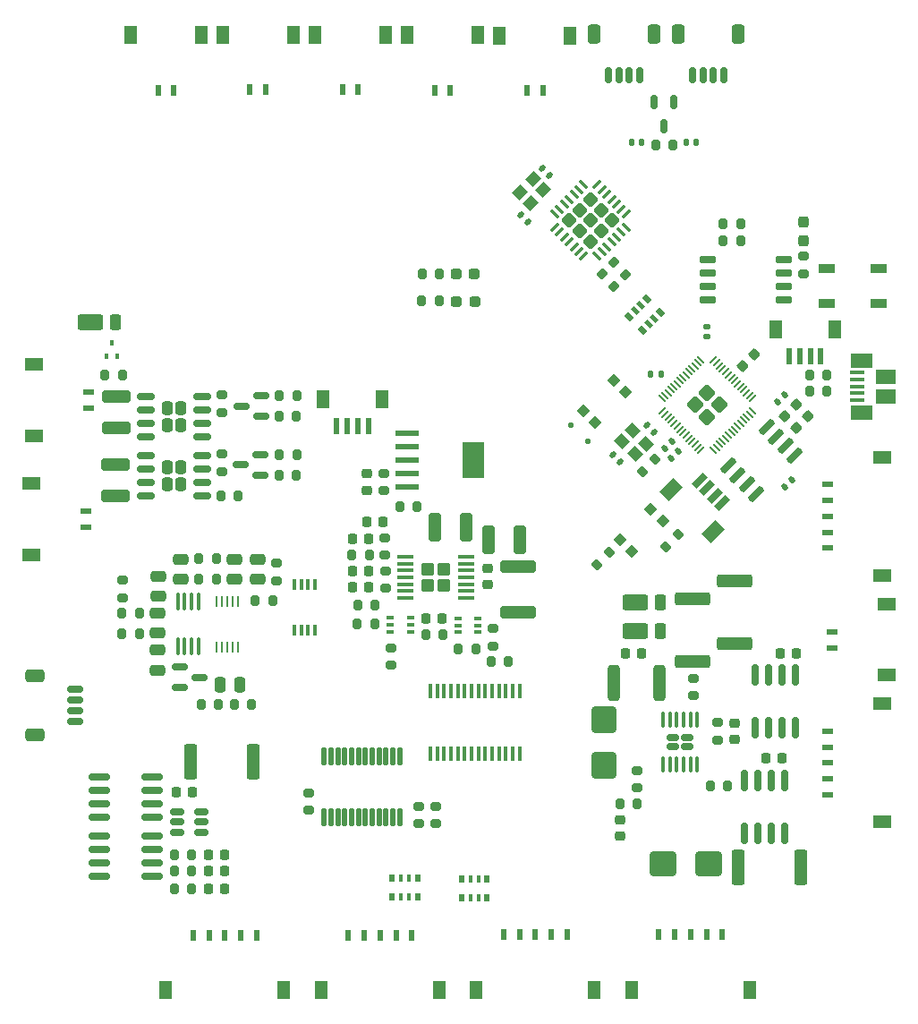
<source format=gbr>
%TF.GenerationSoftware,KiCad,Pcbnew,7.0.1*%
%TF.CreationDate,2023-12-10T19:02:08-07:00*%
%TF.ProjectId,Battery_Board_V3,42617474-6572-4795-9f42-6f6172645f56,rev?*%
%TF.SameCoordinates,Original*%
%TF.FileFunction,Paste,Top*%
%TF.FilePolarity,Positive*%
%FSLAX46Y46*%
G04 Gerber Fmt 4.6, Leading zero omitted, Abs format (unit mm)*
G04 Created by KiCad (PCBNEW 7.0.1) date 2023-12-10 19:02:08*
%MOMM*%
%LPD*%
G01*
G04 APERTURE LIST*
G04 Aperture macros list*
%AMRoundRect*
0 Rectangle with rounded corners*
0 $1 Rounding radius*
0 $2 $3 $4 $5 $6 $7 $8 $9 X,Y pos of 4 corners*
0 Add a 4 corners polygon primitive as box body*
4,1,4,$2,$3,$4,$5,$6,$7,$8,$9,$2,$3,0*
0 Add four circle primitives for the rounded corners*
1,1,$1+$1,$2,$3*
1,1,$1+$1,$4,$5*
1,1,$1+$1,$6,$7*
1,1,$1+$1,$8,$9*
0 Add four rect primitives between the rounded corners*
20,1,$1+$1,$2,$3,$4,$5,0*
20,1,$1+$1,$4,$5,$6,$7,0*
20,1,$1+$1,$6,$7,$8,$9,0*
20,1,$1+$1,$8,$9,$2,$3,0*%
%AMRotRect*
0 Rectangle, with rotation*
0 The origin of the aperture is its center*
0 $1 length*
0 $2 width*
0 $3 Rotation angle, in degrees counterclockwise*
0 Add horizontal line*
21,1,$1,$2,0,0,$3*%
G04 Aperture macros list end*
%ADD10RotRect,0.800000X0.500000X135.000000*%
%ADD11RotRect,0.800000X0.400000X135.000000*%
%ADD12R,0.500000X0.800000*%
%ADD13R,0.400000X0.800000*%
%ADD14RoundRect,0.200000X0.275000X-0.200000X0.275000X0.200000X-0.275000X0.200000X-0.275000X-0.200000X0*%
%ADD15RotRect,0.600000X1.550000X135.000000*%
%ADD16RotRect,1.200000X1.800000X135.000000*%
%ADD17RoundRect,0.225000X-0.225000X-0.250000X0.225000X-0.250000X0.225000X0.250000X-0.225000X0.250000X0*%
%ADD18R,1.500000X0.900000*%
%ADD19RoundRect,0.150000X0.825000X0.150000X-0.825000X0.150000X-0.825000X-0.150000X0.825000X-0.150000X0*%
%ADD20R,0.650000X0.400000*%
%ADD21RoundRect,0.200000X-0.200000X-0.275000X0.200000X-0.275000X0.200000X0.275000X-0.200000X0.275000X0*%
%ADD22RoundRect,0.250000X0.255000X0.395000X-0.255000X0.395000X-0.255000X-0.395000X0.255000X-0.395000X0*%
%ADD23RoundRect,0.150000X0.662500X0.150000X-0.662500X0.150000X-0.662500X-0.150000X0.662500X-0.150000X0*%
%ADD24RoundRect,0.150000X-0.512500X-0.150000X0.512500X-0.150000X0.512500X0.150000X-0.512500X0.150000X0*%
%ADD25R,0.600000X1.000000*%
%ADD26R,1.250000X1.800000*%
%ADD27RoundRect,0.140000X-0.021213X0.219203X-0.219203X0.021213X0.021213X-0.219203X0.219203X-0.021213X0*%
%ADD28RoundRect,0.140000X-0.219203X-0.021213X-0.021213X-0.219203X0.219203X0.021213X0.021213X0.219203X0*%
%ADD29RoundRect,0.200000X0.200000X0.275000X-0.200000X0.275000X-0.200000X-0.275000X0.200000X-0.275000X0*%
%ADD30RoundRect,0.250000X0.275000X0.500000X-0.275000X0.500000X-0.275000X-0.500000X0.275000X-0.500000X0*%
%ADD31RoundRect,0.250000X0.950000X0.500000X-0.950000X0.500000X-0.950000X-0.500000X0.950000X-0.500000X0*%
%ADD32RoundRect,0.225000X-0.250000X0.225000X-0.250000X-0.225000X0.250000X-0.225000X0.250000X0.225000X0*%
%ADD33RoundRect,0.200000X0.335876X0.053033X0.053033X0.335876X-0.335876X-0.053033X-0.053033X-0.335876X0*%
%ADD34RoundRect,0.225000X0.250000X-0.225000X0.250000X0.225000X-0.250000X0.225000X-0.250000X-0.225000X0*%
%ADD35RoundRect,0.250000X-0.475000X0.250000X-0.475000X-0.250000X0.475000X-0.250000X0.475000X0.250000X0*%
%ADD36RoundRect,0.150000X0.150000X-0.825000X0.150000X0.825000X-0.150000X0.825000X-0.150000X-0.825000X0*%
%ADD37R,2.200000X0.600000*%
%ADD38R,2.150000X3.450000*%
%ADD39RoundRect,0.150000X0.406586X0.618718X-0.618718X-0.406586X-0.406586X-0.618718X0.618718X0.406586X0*%
%ADD40RotRect,0.900000X0.900000X225.000000*%
%ADD41R,1.000000X0.600000*%
%ADD42R,1.800000X1.250000*%
%ADD43RotRect,0.900000X0.900000X45.000000*%
%ADD44RoundRect,0.020500X0.184500X-0.764500X0.184500X0.764500X-0.184500X0.764500X-0.184500X-0.764500X0*%
%ADD45RoundRect,0.150000X0.587500X0.150000X-0.587500X0.150000X-0.587500X-0.150000X0.587500X-0.150000X0*%
%ADD46RoundRect,0.250000X0.362500X1.425000X-0.362500X1.425000X-0.362500X-1.425000X0.362500X-1.425000X0*%
%ADD47RoundRect,0.150000X0.150000X0.625000X-0.150000X0.625000X-0.150000X-0.625000X0.150000X-0.625000X0*%
%ADD48RoundRect,0.250000X0.350000X0.650000X-0.350000X0.650000X-0.350000X-0.650000X0.350000X-0.650000X0*%
%ADD49RoundRect,0.250001X-0.354999X-0.374999X0.354999X-0.374999X0.354999X0.374999X-0.354999X0.374999X0*%
%ADD50RoundRect,0.100000X-0.687500X-0.100000X0.687500X-0.100000X0.687500X0.100000X-0.687500X0.100000X0*%
%ADD51RoundRect,0.200000X0.053033X-0.335876X0.335876X-0.053033X-0.053033X0.335876X-0.335876X0.053033X0*%
%ADD52RoundRect,0.237500X-0.237500X0.287500X-0.237500X-0.287500X0.237500X-0.287500X0.237500X0.287500X0*%
%ADD53RoundRect,0.250000X-0.362500X-1.425000X0.362500X-1.425000X0.362500X1.425000X-0.362500X1.425000X0*%
%ADD54RoundRect,0.250000X-1.000000X-0.900000X1.000000X-0.900000X1.000000X0.900000X-1.000000X0.900000X0*%
%ADD55RoundRect,0.140000X0.219203X0.021213X0.021213X0.219203X-0.219203X-0.021213X-0.021213X-0.219203X0*%
%ADD56RoundRect,0.125000X0.176777X0.000000X0.000000X0.176777X-0.176777X0.000000X0.000000X-0.176777X0*%
%ADD57RoundRect,0.150000X-0.150000X0.512500X-0.150000X-0.512500X0.150000X-0.512500X0.150000X0.512500X0*%
%ADD58RoundRect,0.150000X-0.150000X0.825000X-0.150000X-0.825000X0.150000X-0.825000X0.150000X0.825000X0*%
%ADD59RoundRect,0.200000X-0.053033X0.335876X-0.335876X0.053033X0.053033X-0.335876X0.335876X-0.053033X0*%
%ADD60RoundRect,0.237500X-0.287500X-0.237500X0.287500X-0.237500X0.287500X0.237500X-0.287500X0.237500X0*%
%ADD61R,0.400000X0.510000*%
%ADD62RoundRect,0.250000X-1.425000X0.362500X-1.425000X-0.362500X1.425000X-0.362500X1.425000X0.362500X0*%
%ADD63RoundRect,0.200000X-0.275000X0.200000X-0.275000X-0.200000X0.275000X-0.200000X0.275000X0.200000X0*%
%ADD64RoundRect,0.100000X0.100000X-0.712500X0.100000X0.712500X-0.100000X0.712500X-0.100000X-0.712500X0*%
%ADD65RoundRect,0.250000X0.325000X1.100000X-0.325000X1.100000X-0.325000X-1.100000X0.325000X-1.100000X0*%
%ADD66R,0.450000X1.475000*%
%ADD67RoundRect,0.225000X0.225000X0.250000X-0.225000X0.250000X-0.225000X-0.250000X0.225000X-0.250000X0*%
%ADD68RoundRect,0.150000X-0.650000X-0.150000X0.650000X-0.150000X0.650000X0.150000X-0.650000X0.150000X0*%
%ADD69RoundRect,0.150000X-0.587500X-0.150000X0.587500X-0.150000X0.587500X0.150000X-0.587500X0.150000X0*%
%ADD70RoundRect,0.150000X-0.625000X0.150000X-0.625000X-0.150000X0.625000X-0.150000X0.625000X0.150000X0*%
%ADD71RoundRect,0.250000X-0.650000X0.350000X-0.650000X-0.350000X0.650000X-0.350000X0.650000X0.350000X0*%
%ADD72RoundRect,0.250000X1.100000X-0.325000X1.100000X0.325000X-1.100000X0.325000X-1.100000X-0.325000X0*%
%ADD73RoundRect,0.140000X0.170000X-0.140000X0.170000X0.140000X-0.170000X0.140000X-0.170000X-0.140000X0*%
%ADD74RoundRect,0.250000X1.425000X-0.362500X1.425000X0.362500X-1.425000X0.362500X-1.425000X-0.362500X0*%
%ADD75RoundRect,0.140000X-0.140000X-0.170000X0.140000X-0.170000X0.140000X0.170000X-0.140000X0.170000X0*%
%ADD76R,1.380000X0.450000*%
%ADD77R,2.100000X1.475000*%
%ADD78R,1.900000X1.375000*%
%ADD79RoundRect,0.250000X-0.900000X1.000000X-0.900000X-1.000000X0.900000X-1.000000X0.900000X1.000000X0*%
%ADD80RoundRect,0.140000X0.140000X0.170000X-0.140000X0.170000X-0.140000X-0.170000X0.140000X-0.170000X0*%
%ADD81RoundRect,0.249999X-0.558616X0.000000X0.000000X-0.558616X0.558616X0.000000X0.000000X0.558616X0*%
%ADD82RoundRect,0.050000X-0.309359X0.238649X0.238649X-0.309359X0.309359X-0.238649X-0.238649X0.309359X0*%
%ADD83RoundRect,0.050000X-0.309359X-0.238649X-0.238649X-0.309359X0.309359X0.238649X0.238649X0.309359X0*%
%ADD84RoundRect,0.250000X0.475000X-0.250000X0.475000X0.250000X-0.475000X0.250000X-0.475000X-0.250000X0*%
%ADD85R,0.250000X1.100000*%
%ADD86RoundRect,0.250000X-0.312500X-1.450000X0.312500X-1.450000X0.312500X1.450000X-0.312500X1.450000X0*%
%ADD87RoundRect,0.250000X0.452548X0.000000X0.000000X0.452548X-0.452548X0.000000X0.000000X-0.452548X0*%
%ADD88RoundRect,0.075000X0.362392X-0.256326X-0.256326X0.362392X-0.362392X0.256326X0.256326X-0.362392X0*%
%ADD89RoundRect,0.075000X0.362392X0.256326X0.256326X0.362392X-0.362392X-0.256326X-0.256326X-0.362392X0*%
%ADD90R,0.400000X1.100000*%
%ADD91R,0.600000X1.550000*%
%ADD92R,1.200000X1.800000*%
%ADD93RoundRect,0.225000X0.017678X-0.335876X0.335876X-0.017678X-0.017678X0.335876X-0.335876X0.017678X0*%
%ADD94RoundRect,0.225000X-0.335876X-0.017678X-0.017678X-0.335876X0.335876X0.017678X0.017678X0.335876X0*%
%ADD95RoundRect,0.250000X-0.325000X-1.100000X0.325000X-1.100000X0.325000X1.100000X-0.325000X1.100000X0*%
%ADD96RoundRect,0.250000X-1.450000X0.312500X-1.450000X-0.312500X1.450000X-0.312500X1.450000X0.312500X0*%
%ADD97RoundRect,0.167500X0.407500X-0.167500X0.407500X0.167500X-0.407500X0.167500X-0.407500X-0.167500X0*%
%ADD98RoundRect,0.100000X0.100000X-0.625000X0.100000X0.625000X-0.100000X0.625000X-0.100000X-0.625000X0*%
%ADD99RotRect,1.150000X1.000000X315.000000*%
%ADD100RoundRect,0.250000X-0.250000X-0.475000X0.250000X-0.475000X0.250000X0.475000X-0.250000X0.475000X0*%
%ADD101RoundRect,0.140000X0.021213X-0.219203X0.219203X-0.021213X-0.021213X0.219203X-0.219203X0.021213X0*%
%ADD102RotRect,1.150000X1.000000X225.000000*%
G04 APERTURE END LIST*
D10*
%TO.C,R48*%
X171537868Y-70934924D03*
D11*
X172103553Y-70369239D03*
X172669239Y-69803553D03*
D10*
X173234924Y-69237868D03*
X171962132Y-67965076D03*
D11*
X171396447Y-68530761D03*
X170830761Y-69096447D03*
D10*
X170265076Y-69662132D03*
%TD*%
D12*
%TO.C,R18*%
X156840000Y-122790000D03*
D13*
X156040000Y-122790000D03*
X155240000Y-122790000D03*
D12*
X154440000Y-122790000D03*
X154440000Y-124590000D03*
D13*
X155240000Y-124590000D03*
X156040000Y-124590000D03*
D12*
X156840000Y-124590000D03*
%TD*%
%TO.C,R16*%
X150250000Y-122760000D03*
D13*
X149450000Y-122760000D03*
X148650000Y-122760000D03*
D12*
X147850000Y-122760000D03*
X147850000Y-124560000D03*
D13*
X148650000Y-124560000D03*
X149450000Y-124560000D03*
D12*
X150250000Y-124560000D03*
%TD*%
D14*
%TO.C,R57*%
X186790000Y-65585000D03*
X186790000Y-63935000D03*
%TD*%
D15*
%TO.C,J21*%
X179057577Y-87283744D03*
X178350470Y-86576637D03*
X177643363Y-85869530D03*
X176936256Y-85162423D03*
D16*
X178191371Y-89988427D03*
X174231573Y-86028629D03*
%TD*%
D17*
%TO.C,C1*%
X144082500Y-90615000D03*
X145632500Y-90615000D03*
%TD*%
D18*
%TO.C,LED1*%
X193870000Y-68420000D03*
X193870000Y-65120000D03*
X188970000Y-65120000D03*
X188970000Y-68420000D03*
%TD*%
D19*
%TO.C,Q2*%
X125124999Y-122585000D03*
X125124999Y-121315000D03*
X125124999Y-120045000D03*
X125124999Y-118775000D03*
X120174999Y-118775000D03*
X120174999Y-120045000D03*
X120174999Y-121315000D03*
X120174999Y-122585000D03*
%TD*%
D20*
%TO.C,Q3*%
X154057500Y-98180000D03*
X154057500Y-98830000D03*
X154057500Y-99480000D03*
X155957500Y-99480000D03*
X155957500Y-98830000D03*
X155957500Y-98180000D03*
%TD*%
D21*
%TO.C,R4*%
X127225000Y-120530000D03*
X128875000Y-120530000D03*
%TD*%
D22*
%TO.C,Q9*%
X127832502Y-85469999D03*
X127832502Y-83869999D03*
X126572502Y-85469999D03*
X126572502Y-83869999D03*
D23*
X129840002Y-86574999D03*
X129840002Y-85304999D03*
X129840002Y-84034999D03*
X129840002Y-82764999D03*
X124565002Y-82764999D03*
X124565002Y-84034999D03*
X124565002Y-85304999D03*
X124565002Y-86574999D03*
%TD*%
D24*
%TO.C,U1*%
X127542500Y-116500000D03*
X127542500Y-117450000D03*
X127542500Y-118400000D03*
X129817500Y-118400000D03*
X129817500Y-117450000D03*
X129817500Y-116500000D03*
%TD*%
D25*
%TO.C,J11*%
X143710000Y-128130000D03*
X145210000Y-128130000D03*
X146710000Y-128130000D03*
X148210000Y-128130000D03*
X149710000Y-128130000D03*
D26*
X141105000Y-133320000D03*
X152315000Y-133320000D03*
%TD*%
D27*
%TO.C,C31*%
X185639411Y-85060589D03*
X184960589Y-85739411D03*
%TD*%
D25*
%TO.C,J7*%
X153370000Y-48210000D03*
X151870000Y-48210000D03*
D26*
X155975000Y-43020000D03*
X149265000Y-43020000D03*
%TD*%
D28*
%TO.C,C20*%
X171960589Y-79870589D03*
X172639411Y-80549411D03*
%TD*%
D25*
%TO.C,J13*%
X173090000Y-128100000D03*
X174590000Y-128100000D03*
X176090000Y-128100000D03*
X177590000Y-128100000D03*
X179090000Y-128100000D03*
D26*
X170485000Y-133290000D03*
X181695000Y-133290000D03*
%TD*%
D29*
%TO.C,FB3*%
X131215000Y-94502499D03*
X129565000Y-94502499D03*
%TD*%
D30*
%TO.C,D1*%
X121640001Y-70154998D03*
D31*
X119265001Y-70154998D03*
%TD*%
D29*
%TO.C,R19*%
X133285000Y-86564998D03*
X131635000Y-86564998D03*
%TD*%
D32*
%TO.C,C40*%
X180220000Y-108085000D03*
X180220000Y-109635000D03*
%TD*%
D25*
%TO.C,J8*%
X162110000Y-48230000D03*
X160610000Y-48230000D03*
D26*
X164715000Y-43040000D03*
X158005000Y-43040000D03*
%TD*%
D29*
%TO.C,R31*%
X180825000Y-60880000D03*
X179175000Y-60880000D03*
%TD*%
D21*
%TO.C,R43*%
X169415000Y-115690000D03*
X171065000Y-115690000D03*
%TD*%
D33*
%TO.C,R40*%
X169963503Y-65683595D03*
X168796777Y-64516869D03*
%TD*%
D34*
%TO.C,C13*%
X145467500Y-86055000D03*
X145467500Y-84505000D03*
%TD*%
D35*
%TO.C,C18*%
X125665000Y-97682499D03*
X125665000Y-99582499D03*
%TD*%
D36*
%TO.C,U14*%
X182215000Y-108495000D03*
X183485000Y-108495000D03*
X184755000Y-108495000D03*
X186025000Y-108495000D03*
X186025000Y-103545000D03*
X184755000Y-103545000D03*
X183485000Y-103545000D03*
X182215000Y-103545000D03*
%TD*%
D37*
%TO.C,U6*%
X149270000Y-80630000D03*
X149270000Y-81900000D03*
X149270000Y-83170000D03*
X149270000Y-84440000D03*
X149270000Y-85710000D03*
D38*
X155570000Y-83170000D03*
%TD*%
D39*
%TO.C,U13*%
X185957838Y-82766238D03*
X185059813Y-81868213D03*
X184161787Y-80970187D03*
X183263762Y-80072162D03*
X179622162Y-83713762D03*
X180520187Y-84611787D03*
X181418213Y-85509813D03*
X182316238Y-86407838D03*
%TD*%
D40*
%TO.C,SW1*%
X167046117Y-79685254D03*
X169945254Y-76786117D03*
X165914746Y-78553883D03*
X168813883Y-75654746D03*
%TD*%
D41*
%TO.C,J14*%
X189020000Y-114845000D03*
X189020000Y-113345000D03*
X189020000Y-111845000D03*
X189020000Y-110345000D03*
X189020000Y-108845000D03*
D42*
X194210000Y-117450000D03*
X194210000Y-106240000D03*
%TD*%
D21*
%TO.C,FB1*%
X132890000Y-106322499D03*
X134540000Y-106322499D03*
%TD*%
D43*
%TO.C,SW2*%
X172313883Y-87844746D03*
X169414746Y-90743883D03*
X173445254Y-88976117D03*
X170546117Y-91875254D03*
%TD*%
D17*
%TO.C,C12*%
X151052500Y-98160000D03*
X152602500Y-98160000D03*
%TD*%
D34*
%TO.C,C6*%
X156907500Y-95015000D03*
X156907500Y-93465000D03*
%TD*%
D44*
%TO.C,U5*%
X141420000Y-117000000D03*
X142070000Y-117000000D03*
X142720000Y-117000000D03*
X143370000Y-117000000D03*
X144020000Y-117000000D03*
X144670000Y-117000000D03*
X145320000Y-117000000D03*
X145970000Y-117000000D03*
X146620000Y-117000000D03*
X147270000Y-117000000D03*
X147920000Y-117000000D03*
X148570000Y-117000000D03*
X148570000Y-111260000D03*
X147920000Y-111260000D03*
X147270000Y-111260000D03*
X146620000Y-111260000D03*
X145970000Y-111260000D03*
X145320000Y-111260000D03*
X144670000Y-111260000D03*
X144020000Y-111260000D03*
X143370000Y-111260000D03*
X142720000Y-111260000D03*
X142070000Y-111260000D03*
X141420000Y-111260000D03*
%TD*%
D45*
%TO.C,Q7*%
X135407501Y-84619998D03*
X135407501Y-82719998D03*
X133532501Y-83669998D03*
%TD*%
D21*
%TO.C,R54*%
X187340000Y-76720000D03*
X188990000Y-76720000D03*
%TD*%
D46*
%TO.C,R1*%
X134712500Y-111740000D03*
X128787500Y-111740000D03*
%TD*%
D47*
%TO.C,J20*%
X171300000Y-46780000D03*
X170300000Y-46780000D03*
X169300000Y-46780000D03*
X168300000Y-46780000D03*
D48*
X172600000Y-42905000D03*
X167000000Y-42905000D03*
%TD*%
D49*
%TO.C,U3*%
X151227500Y-93525000D03*
X151227500Y-95075000D03*
X152727500Y-93525000D03*
X152727500Y-95075000D03*
D50*
X149115000Y-92350000D03*
X149115000Y-93000000D03*
X149115000Y-93650000D03*
X149115000Y-94300000D03*
X149115000Y-94950000D03*
X149115000Y-95600000D03*
X149115000Y-96250000D03*
X154840000Y-96250000D03*
X154840000Y-95600000D03*
X154840000Y-94950000D03*
X154840000Y-94300000D03*
X154840000Y-93650000D03*
X154840000Y-93000000D03*
X154840000Y-92350000D03*
%TD*%
D51*
%TO.C,R45*%
X173716637Y-91403363D03*
X174883363Y-90236637D03*
%TD*%
D14*
%TO.C,R52*%
X178650000Y-109685000D03*
X178650000Y-108035000D03*
%TD*%
D29*
%TO.C,R10*%
X155762500Y-101060000D03*
X154112500Y-101060000D03*
%TD*%
D14*
%TO.C,R20*%
X139990000Y-116330000D03*
X139990000Y-114680000D03*
%TD*%
D35*
%TO.C,C27*%
X132924999Y-92572500D03*
X132924999Y-94472500D03*
%TD*%
D21*
%TO.C,R53*%
X187340000Y-75180000D03*
X188990000Y-75180000D03*
%TD*%
D29*
%TO.C,R9*%
X122302500Y-75170000D03*
X120652500Y-75170000D03*
%TD*%
D51*
%TO.C,R36*%
X167200000Y-93110000D03*
X168366726Y-91943274D03*
%TD*%
D52*
%TO.C,D10*%
X186770000Y-62435000D03*
X186770000Y-60685000D03*
%TD*%
D53*
%TO.C,R49*%
X180597500Y-121770000D03*
X186522500Y-121770000D03*
%TD*%
D54*
%TO.C,D4*%
X173502500Y-121420000D03*
X177802500Y-121420000D03*
%TD*%
D47*
%TO.C,J22*%
X179250000Y-46800000D03*
X178250000Y-46800000D03*
X177250000Y-46800000D03*
X176250000Y-46800000D03*
D48*
X180550000Y-42925000D03*
X174950000Y-42925000D03*
%TD*%
D55*
%TO.C,C21*%
X169389411Y-83379411D03*
X168710589Y-82700589D03*
%TD*%
D56*
%TO.C,D8*%
X164772183Y-79872183D03*
X166327817Y-81427817D03*
%TD*%
D57*
%TO.C,D5*%
X174522500Y-49312500D03*
X172622500Y-49312500D03*
X173572500Y-51587500D03*
%TD*%
D58*
%TO.C,U12*%
X185025000Y-113555000D03*
X183755000Y-113555000D03*
X182485000Y-113555000D03*
X181215000Y-113555000D03*
X181215000Y-118505000D03*
X182485000Y-118505000D03*
X183755000Y-118505000D03*
X185025000Y-118505000D03*
%TD*%
D14*
%TO.C,R6*%
X147137500Y-92210000D03*
X147137500Y-90560000D03*
%TD*%
D59*
%TO.C,R38*%
X172683363Y-83136637D03*
X171516637Y-84303363D03*
%TD*%
D60*
%TO.C,D2*%
X155670000Y-68240000D03*
X153920000Y-68240000D03*
%TD*%
D61*
%TO.C,Q4*%
X120841957Y-73425562D03*
X121841957Y-73425562D03*
X121341957Y-72135562D03*
%TD*%
D62*
%TO.C,R55*%
X176250000Y-96307500D03*
X176250000Y-102232500D03*
%TD*%
D21*
%TO.C,R37*%
X129760000Y-106302499D03*
X131410000Y-106302499D03*
%TD*%
D63*
%TO.C,R25*%
X147057500Y-84455000D03*
X147057500Y-86105000D03*
%TD*%
D21*
%TO.C,R26*%
X148552500Y-87640000D03*
X150202500Y-87640000D03*
%TD*%
D28*
%TO.C,C35*%
X160049866Y-59984315D03*
X160728688Y-60663137D03*
%TD*%
D32*
%TO.C,C34*%
X169450000Y-117235000D03*
X169450000Y-118785000D03*
%TD*%
D25*
%TO.C,J5*%
X135890000Y-48177500D03*
X134390000Y-48177500D03*
D26*
X138495000Y-42987500D03*
X131785000Y-42987500D03*
%TD*%
D28*
%TO.C,C36*%
X162036836Y-55564897D03*
X162715658Y-56243719D03*
%TD*%
D35*
%TO.C,C16*%
X135085000Y-92592499D03*
X135085000Y-94492499D03*
%TD*%
D64*
%TO.C,U9*%
X127570000Y-100835000D03*
X128220000Y-100835000D03*
X128870000Y-100835000D03*
X129520000Y-100835000D03*
X129520000Y-96610000D03*
X128870000Y-96610000D03*
X128220000Y-96610000D03*
X127570000Y-96610000D03*
%TD*%
D29*
%TO.C,R47*%
X179615000Y-114000000D03*
X177965000Y-114000000D03*
%TD*%
D27*
%TO.C,C33*%
X174339411Y-81460589D03*
X173660589Y-82139411D03*
%TD*%
D65*
%TO.C,C4*%
X154822500Y-89530000D03*
X151872500Y-89530000D03*
%TD*%
D30*
%TO.C,D6*%
X173225000Y-99350000D03*
D31*
X170850000Y-99350000D03*
%TD*%
D66*
%TO.C,IC1*%
X151465000Y-110958000D03*
X152115000Y-110958000D03*
X152765000Y-110958000D03*
X153415000Y-110958000D03*
X154065000Y-110958000D03*
X154715000Y-110958000D03*
X155365000Y-110958000D03*
X156015000Y-110958000D03*
X156665000Y-110958000D03*
X157315000Y-110958000D03*
X157965000Y-110958000D03*
X158615000Y-110958000D03*
X159265000Y-110958000D03*
X159915000Y-110958000D03*
X159915000Y-105082000D03*
X159265000Y-105082000D03*
X158615000Y-105082000D03*
X157965000Y-105082000D03*
X157315000Y-105082000D03*
X156665000Y-105082000D03*
X156015000Y-105082000D03*
X155365000Y-105082000D03*
X154715000Y-105082000D03*
X154065000Y-105082000D03*
X153415000Y-105082000D03*
X152765000Y-105082000D03*
X152115000Y-105082000D03*
X151465000Y-105082000D03*
%TD*%
D67*
%TO.C,C7*%
X131995000Y-123720000D03*
X130445000Y-123720000D03*
%TD*%
D27*
%TO.C,C26*%
X185009411Y-77030589D03*
X184330589Y-77709411D03*
%TD*%
D21*
%TO.C,R12*%
X151012500Y-99750000D03*
X152662500Y-99750000D03*
%TD*%
D29*
%TO.C,R22*%
X138817501Y-82669999D03*
X137167501Y-82669999D03*
%TD*%
D68*
%TO.C,U8*%
X177720000Y-64275000D03*
X177720000Y-65545000D03*
X177720000Y-66815000D03*
X177720000Y-68085000D03*
X184920000Y-68085000D03*
X184920000Y-66815000D03*
X184920000Y-65545000D03*
X184920000Y-64275000D03*
%TD*%
D25*
%TO.C,J12*%
X158390000Y-128110000D03*
X159890000Y-128110000D03*
X161390000Y-128110000D03*
X162890000Y-128110000D03*
X164390000Y-128110000D03*
D26*
X155785000Y-133300000D03*
X166995000Y-133300000D03*
%TD*%
D14*
%TO.C,R15*%
X147777500Y-102595000D03*
X147777500Y-100945000D03*
%TD*%
D21*
%TO.C,R56*%
X179155000Y-62450000D03*
X180805000Y-62450000D03*
%TD*%
D67*
%TO.C,C10*%
X145622500Y-95260000D03*
X144072500Y-95260000D03*
%TD*%
D20*
%TO.C,Q5*%
X149587500Y-99440000D03*
X149587500Y-98790000D03*
X149587500Y-98140000D03*
X147687500Y-98140000D03*
X147687500Y-98790000D03*
X147687500Y-99440000D03*
%TD*%
D45*
%TO.C,Q6*%
X135440002Y-79039999D03*
X135440002Y-77139999D03*
X133565002Y-78089999D03*
%TD*%
D29*
%TO.C,FB2*%
X131210000Y-92552500D03*
X129560000Y-92552500D03*
%TD*%
D67*
%TO.C,C11*%
X145627500Y-93730000D03*
X144077500Y-93730000D03*
%TD*%
D69*
%TO.C,U10*%
X127767500Y-102802500D03*
X127767500Y-104702500D03*
X129642500Y-103752500D03*
%TD*%
D67*
%TO.C,C8*%
X132015001Y-120540000D03*
X130465001Y-120540000D03*
%TD*%
D29*
%TO.C,R3*%
X128885000Y-123740000D03*
X127235000Y-123740000D03*
%TD*%
D70*
%TO.C,J16*%
X117890000Y-104910000D03*
X117890000Y-105910000D03*
X117890000Y-106910000D03*
X117890000Y-107910000D03*
D71*
X114015000Y-103610000D03*
X114015000Y-109210000D03*
%TD*%
D21*
%TO.C,R13*%
X157182500Y-102260000D03*
X158832500Y-102260000D03*
%TD*%
D25*
%TO.C,J10*%
X129015000Y-128150000D03*
X130515000Y-128150000D03*
X132015000Y-128150000D03*
X133515000Y-128150000D03*
X135015000Y-128150000D03*
D26*
X126410000Y-133340000D03*
X137620000Y-133340000D03*
%TD*%
D17*
%TO.C,C42*%
X184575000Y-101520000D03*
X186125000Y-101520000D03*
%TD*%
D67*
%TO.C,C9*%
X132005000Y-122090000D03*
X130455000Y-122090000D03*
%TD*%
D72*
%TO.C,C14*%
X121732500Y-80184998D03*
X121732500Y-77234998D03*
%TD*%
D14*
%TO.C,R30*%
X151940000Y-117620000D03*
X151940000Y-115970000D03*
%TD*%
D73*
%TO.C,C29*%
X177630000Y-71530000D03*
X177630000Y-70570000D03*
%TD*%
D74*
%TO.C,R50*%
X180210000Y-100592500D03*
X180210000Y-94667500D03*
%TD*%
D75*
%TO.C,C37*%
X175690000Y-53130000D03*
X176650000Y-53130000D03*
%TD*%
D76*
%TO.C,J24*%
X191890000Y-74947500D03*
X191890000Y-75597500D03*
X191890000Y-76247500D03*
X191890000Y-76897500D03*
X191890000Y-77547500D03*
D77*
X192250000Y-78710000D03*
D78*
X194550000Y-77185000D03*
X194550000Y-75310000D03*
D77*
X192250000Y-73785000D03*
%TD*%
D79*
%TO.C,D7*%
X167900000Y-107792500D03*
X167900000Y-112092500D03*
%TD*%
D63*
%TO.C,R27*%
X131742501Y-77054999D03*
X131742501Y-78704999D03*
%TD*%
D41*
%TO.C,J4*%
X189480000Y-100950000D03*
X189480000Y-99450000D03*
D42*
X194670000Y-103555000D03*
X194670000Y-96845000D03*
%TD*%
D17*
%TO.C,C2*%
X145447500Y-89075000D03*
X146997500Y-89075000D03*
%TD*%
D29*
%TO.C,R39*%
X152310000Y-68160000D03*
X150660000Y-68160000D03*
%TD*%
D21*
%TO.C,R23*%
X137147502Y-79059999D03*
X138797502Y-79059999D03*
%TD*%
D80*
%TO.C,C32*%
X173270000Y-75050000D03*
X172310000Y-75050000D03*
%TD*%
D41*
%TO.C,J2*%
X118900000Y-88055000D03*
X118900000Y-89555000D03*
D42*
X113710000Y-85450000D03*
X113710000Y-92160000D03*
%TD*%
D81*
%TO.C,IC3*%
X177666528Y-76866516D03*
X176535157Y-77997887D03*
X178797899Y-77997887D03*
X177666528Y-79129258D03*
D82*
X177074326Y-73728730D03*
X176791483Y-74011573D03*
X176508641Y-74294415D03*
X176225798Y-74577258D03*
X175942955Y-74860101D03*
X175660113Y-75142943D03*
X175377270Y-75425786D03*
X175094427Y-75708629D03*
X174811584Y-75991472D03*
X174528742Y-76274314D03*
X174245899Y-76557157D03*
X173963056Y-76840000D03*
X173680214Y-77122842D03*
X173397371Y-77405685D03*
D83*
X173397371Y-78590089D03*
X173680214Y-78872932D03*
X173963056Y-79155774D03*
X174245899Y-79438617D03*
X174528742Y-79721460D03*
X174811584Y-80004302D03*
X175094427Y-80287145D03*
X175377270Y-80569988D03*
X175660113Y-80852831D03*
X175942955Y-81135673D03*
X176225798Y-81418516D03*
X176508641Y-81701359D03*
X176791483Y-81984201D03*
X177074326Y-82267044D03*
D82*
X178258730Y-82267044D03*
X178541573Y-81984201D03*
X178824415Y-81701359D03*
X179107258Y-81418516D03*
X179390101Y-81135673D03*
X179672943Y-80852831D03*
X179955786Y-80569988D03*
X180238629Y-80287145D03*
X180521472Y-80004302D03*
X180804314Y-79721460D03*
X181087157Y-79438617D03*
X181370000Y-79155774D03*
X181652842Y-78872932D03*
X181935685Y-78590089D03*
D83*
X181935685Y-77405685D03*
X181652842Y-77122842D03*
X181370000Y-76840000D03*
X181087157Y-76557157D03*
X180804314Y-76274314D03*
X180521472Y-75991472D03*
X180238629Y-75708629D03*
X179955786Y-75425786D03*
X179672943Y-75142943D03*
X179390101Y-74860101D03*
X179107258Y-74577258D03*
X178824415Y-74294415D03*
X178541573Y-74011573D03*
X178258730Y-73728730D03*
%TD*%
D72*
%TO.C,C15*%
X121702500Y-86564998D03*
X121702500Y-83614998D03*
%TD*%
D41*
%TO.C,J15*%
X189040000Y-91530000D03*
X189040000Y-90030000D03*
X189040000Y-88530000D03*
X189040000Y-87030000D03*
X189040000Y-85530000D03*
D42*
X194230000Y-94135000D03*
X194230000Y-82925000D03*
%TD*%
D21*
%TO.C,R8*%
X144032500Y-92145000D03*
X145682500Y-92145000D03*
%TD*%
D84*
%TO.C,C17*%
X125675000Y-103082499D03*
X125675000Y-101182499D03*
%TD*%
D85*
%TO.C,U7*%
X133265001Y-96572500D03*
X132765001Y-96572500D03*
X132265001Y-96572500D03*
X131765001Y-96572500D03*
X131265001Y-96572500D03*
X131265001Y-100872500D03*
X131765001Y-100872500D03*
X132265001Y-100872500D03*
X132765001Y-100872500D03*
X133265001Y-100872500D03*
%TD*%
D75*
%TO.C,C38*%
X170490000Y-53170000D03*
X171450000Y-53170000D03*
%TD*%
D86*
%TO.C,L2*%
X168822500Y-104250000D03*
X173097500Y-104250000D03*
%TD*%
D21*
%TO.C,R33*%
X122270001Y-99592499D03*
X123920001Y-99592499D03*
%TD*%
D87*
%TO.C,U11*%
X166611817Y-62558183D03*
X167615909Y-61554092D03*
X168620000Y-60550000D03*
X165607725Y-61554092D03*
X166611817Y-60550000D03*
X167615909Y-59545908D03*
X164603634Y-60550000D03*
X165607725Y-59545908D03*
X166611817Y-58541817D03*
D88*
X167239374Y-63935274D03*
X167698994Y-63475654D03*
X168158613Y-63016035D03*
X168618232Y-62556415D03*
X169077852Y-62096796D03*
X169537471Y-61637177D03*
X169997091Y-61177557D03*
D89*
X169997091Y-59922443D03*
X169537471Y-59462823D03*
X169077852Y-59003204D03*
X168618232Y-58543585D03*
X168158613Y-58083965D03*
X167698994Y-57624346D03*
X167239374Y-57164726D03*
D88*
X165984260Y-57164726D03*
X165524640Y-57624346D03*
X165065021Y-58083965D03*
X164605402Y-58543585D03*
X164145782Y-59003204D03*
X163686163Y-59462823D03*
X163226543Y-59922443D03*
D89*
X163226543Y-61177557D03*
X163686163Y-61637177D03*
X164145782Y-62096796D03*
X164605402Y-62556415D03*
X165065021Y-63016035D03*
X165524640Y-63475654D03*
X165984260Y-63935274D03*
%TD*%
D21*
%TO.C,R7*%
X144582500Y-96900000D03*
X146232500Y-96900000D03*
%TD*%
D84*
%TO.C,C24*%
X127845000Y-94482500D03*
X127845000Y-92582500D03*
%TD*%
D19*
%TO.C,Q1*%
X125114999Y-117025000D03*
X125114999Y-115755000D03*
X125114999Y-114485000D03*
X125114999Y-113215000D03*
X120164999Y-113215000D03*
X120164999Y-114485000D03*
X120164999Y-115755000D03*
X120164999Y-117025000D03*
%TD*%
D29*
%TO.C,R17*%
X146182500Y-98700000D03*
X144532500Y-98700000D03*
%TD*%
D14*
%TO.C,R29*%
X150400000Y-117620000D03*
X150400000Y-115970000D03*
%TD*%
D63*
%TO.C,R44*%
X171000000Y-112555000D03*
X171000000Y-114205000D03*
%TD*%
D21*
%TO.C,R5*%
X127235001Y-122070000D03*
X128885001Y-122070000D03*
%TD*%
D29*
%TO.C,R21*%
X138807501Y-77109998D03*
X137157501Y-77109998D03*
%TD*%
D25*
%TO.C,J9*%
X127190000Y-48207500D03*
X125690000Y-48207500D03*
D26*
X129795000Y-43017500D03*
X123085000Y-43017500D03*
%TD*%
D29*
%TO.C,R46*%
X174425000Y-53400000D03*
X172775000Y-53400000D03*
%TD*%
D90*
%TO.C,IC2*%
X140545000Y-94982499D03*
X139895000Y-94982499D03*
X139245000Y-94982499D03*
X138595000Y-94982499D03*
X138595000Y-99282499D03*
X139245000Y-99282499D03*
X139895000Y-99282499D03*
X140545000Y-99282499D03*
%TD*%
D91*
%TO.C,J19*%
X142597500Y-80005000D03*
X143597500Y-80005000D03*
X144597500Y-80005000D03*
X145597500Y-80005000D03*
D92*
X141297500Y-77480000D03*
X146897500Y-77480000D03*
%TD*%
D93*
%TO.C,C23*%
X181041992Y-74288008D03*
X182138008Y-73191992D03*
%TD*%
D94*
%TO.C,C28*%
X186071992Y-77961992D03*
X187168008Y-79058008D03*
%TD*%
D30*
%TO.C,D9*%
X173235000Y-96660000D03*
D31*
X170860000Y-96660000D03*
%TD*%
D14*
%TO.C,R32*%
X122335000Y-96207501D03*
X122335000Y-94557501D03*
%TD*%
D95*
%TO.C,C3*%
X156942500Y-90780000D03*
X159892500Y-90780000D03*
%TD*%
D14*
%TO.C,R2*%
X136900000Y-94607499D03*
X136900000Y-92957499D03*
%TD*%
D22*
%TO.C,Q8*%
X127850000Y-79885000D03*
X127850000Y-78285000D03*
X126590000Y-79885000D03*
X126590000Y-78285000D03*
D23*
X129857500Y-80990000D03*
X129857500Y-79720000D03*
X129857500Y-78450000D03*
X129857500Y-77180000D03*
X124582500Y-77180000D03*
X124582500Y-78450000D03*
X124582500Y-79720000D03*
X124582500Y-80990000D03*
%TD*%
D84*
%TO.C,C19*%
X125685001Y-96102500D03*
X125685001Y-94202500D03*
%TD*%
D96*
%TO.C,L1*%
X159727500Y-93312500D03*
X159727500Y-97587500D03*
%TD*%
D97*
%TO.C,IC4*%
X174380000Y-110290000D03*
X175800000Y-110290000D03*
X174380000Y-109470000D03*
X175800000Y-109470000D03*
D98*
X173465000Y-112030000D03*
X174115000Y-112030000D03*
X174765000Y-112030000D03*
X175415000Y-112030000D03*
X176065000Y-112030000D03*
X176715000Y-112030000D03*
X176715000Y-107730000D03*
X176065000Y-107730000D03*
X175415000Y-107730000D03*
X174765000Y-107730000D03*
X174115000Y-107730000D03*
X173465000Y-107730000D03*
%TD*%
D99*
%TO.C,Y1*%
X169616307Y-81406256D03*
X170853744Y-82643693D03*
X171843693Y-81653744D03*
X170606256Y-80416307D03*
%TD*%
D14*
%TO.C,R11*%
X147237500Y-95325000D03*
X147237500Y-93675000D03*
%TD*%
D29*
%TO.C,R35*%
X136530000Y-96502499D03*
X134880000Y-96502499D03*
%TD*%
%TO.C,R34*%
X123910001Y-97682499D03*
X122260001Y-97682499D03*
%TD*%
D14*
%TO.C,R51*%
X176360000Y-105505000D03*
X176360000Y-103855000D03*
%TD*%
D21*
%TO.C,R24*%
X137147501Y-84639998D03*
X138797501Y-84639998D03*
%TD*%
D17*
%TO.C,C39*%
X169935000Y-101470000D03*
X171485000Y-101470000D03*
%TD*%
D100*
%TO.C,C22*%
X131555000Y-104442499D03*
X133455000Y-104442499D03*
%TD*%
D17*
%TO.C,C5*%
X127395000Y-114610000D03*
X128945000Y-114610000D03*
%TD*%
D25*
%TO.C,J6*%
X144645000Y-48160000D03*
X143145000Y-48160000D03*
D26*
X147250000Y-42970000D03*
X140540000Y-42970000D03*
%TD*%
D17*
%TO.C,C41*%
X183215000Y-111430000D03*
X184765000Y-111430000D03*
%TD*%
D101*
%TO.C,C25*%
X174240589Y-83009411D03*
X174919411Y-82330589D03*
%TD*%
D41*
%TO.C,J3*%
X119107500Y-76790000D03*
X119107500Y-78290000D03*
D42*
X113917500Y-74185000D03*
X113917500Y-80895000D03*
%TD*%
D33*
%TO.C,R42*%
X168863952Y-66790217D03*
X167697226Y-65623491D03*
%TD*%
D14*
%TO.C,R14*%
X157427500Y-100785000D03*
X157427500Y-99135000D03*
%TD*%
D63*
%TO.C,R28*%
X131712500Y-82625000D03*
X131712500Y-84275000D03*
%TD*%
D102*
%TO.C,Y2*%
X161170631Y-56643235D03*
X159933194Y-57880672D03*
X160923143Y-58870621D03*
X162160580Y-57633184D03*
%TD*%
D91*
%TO.C,J26*%
X185410000Y-73365000D03*
X186410000Y-73365000D03*
X187410000Y-73365000D03*
X188410000Y-73365000D03*
D92*
X184110000Y-70840000D03*
X189710000Y-70840000D03*
%TD*%
D60*
%TO.C,D3*%
X155655000Y-65610000D03*
X153905000Y-65610000D03*
%TD*%
D29*
%TO.C,R41*%
X152320000Y-65610000D03*
X150670000Y-65610000D03*
%TD*%
D94*
%TO.C,C30*%
X184961992Y-79041992D03*
X186058008Y-80138008D03*
%TD*%
M02*

</source>
